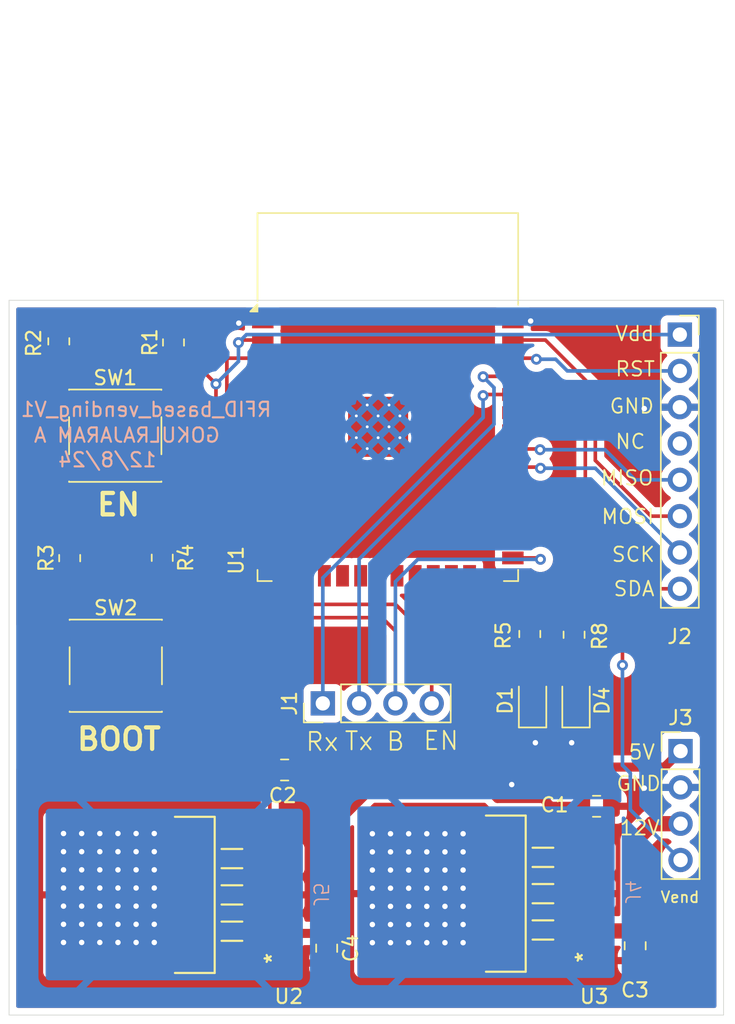
<source format=kicad_pcb>
(kicad_pcb (version 20240108) (generator "pcbnew") (generator_version "8.0")
  (layers (0 "F.Cu" signal) (31 "B.Cu" signal) (34 "B.Paste" user) (35 "F.Paste" user) (36 "B.SilkS" user "B.Silkscreen") (37 "F.SilkS" user "F.Silkscreen") (38 "B.Mask" user) (39 "F.Mask" user) (44 "Edge.Cuts" user))
  (net 0 "")
  (net 1 "/5V")
  (net 2 "GND")
  (net 3 "VDD")
  (net 4 "/12V")
  (net 5 "Net-(D1-A)")
  (net 6 "Net-(D4-A)")
  (net 7 "/EN")
  (net 8 "Net-(J1-Pin_2)")
  (net 9 "Net-(J1-Pin_1)")
  (net 10 "/BOOT")
  (net 11 "/SDA")
  (net 12 "/SCK")
  (net 13 "/NC")
  (net 14 "/MISO")
  (net 15 "/MOSI")
  (net 16 "/RST")
  (net 17 "Net-(J3-Pin_4)")
  (net 18 "Net-(R2-Pad2)")
  (net 19 "Net-(R4-Pad2)")
  (net 20 "/Green")
  (net 21 "/RED")
  (net 25 "/Blue")
  (footprint "Resistor_SMD:R_0805_2012Metric_Pad1.20x1.40mm_HandSolder" (layer "F.Cu") (at 131.2418 95.0374 90)
    (property "Reference" "R3" (at 0 -1.65 -90) (layer "F.SilkS"))
    (property "Value" "12K")
    (pad "1" smd roundrect (at -1 0 90) (size 1.2 1.4) (layers "F.Cu" "F.Paste" "F.Mask") (roundrect_rratio 0.2083333333) (net 3 "VDD"))
    (pad "2" smd roundrect (at 1 0 90) (size 1.2 1.4) (layers "F.Cu" "F.Paste" "F.Mask") (roundrect_rratio 0.2083333333) (net 10 "/BOOT"))
  )
  (footprint "Connector_PinHeader_2.54mm:PinHeader_1x04_P2.54mm_Vertical" (layer "F.Cu") (at 173.99 108.5342)
    (property "Reference" "J3" (at 0 -2.33 0) (layer "F.SilkS"))
    (property "Value" "Conn_01x04_Pin")
    (pad "1" thru_hole rect (at 0 0) (size 1.7 1.7) (drill 1) (layers "*.Cu" "*.Mask") (net 1 "/5V"))
    (pad "2" thru_hole oval (at 0 2.54) (size 1.7 1.7) (drill 1) (layers "*.Cu" "*.Mask") (net 2 "GND"))
    (pad "3" thru_hole oval (at 0 5.08) (size 1.7 1.7) (drill 1) (layers "*.Cu" "*.Mask") (net 4 "/12V"))
    (pad "4" thru_hole oval (at 0 7.62) (size 1.7 1.7) (drill 1) (layers "*.Cu" "*.Mask") (net 17 "Net-(J3-Pin_4)"))
  )
  (footprint "Capacitor_SMD:C_0805_2012Metric_Pad1.18x1.45mm_HandSolder" (layer "F.Cu") (at 170.815 122.1525 -90)
    (property "Reference" "C3" (at 3.097499 0.014999 180) (layer "F.SilkS"))
    (property "Value" "0.22")
    (pad "1" smd roundrect (at -1.0375 0 270) (size 1.175 1.45) (layers "F.Cu" "F.Paste" "F.Mask") (roundrect_rratio 0.2127659574) (net 4 "/12V"))
    (pad "2" smd roundrect (at 1.0375 0 270) (size 1.175 1.45) (layers "F.Cu" "F.Paste" "F.Mask") (roundrect_rratio 0.2127659574) (net 2 "GND"))
  )
  (footprint "Capacitor_SMD:C_0805_2012Metric_Pad1.18x1.45mm_HandSolder" (layer "F.Cu") (at 149.225 122.3225 -90)
    (property "Reference" "C4" (at 0 -1.68 90) (layer "F.SilkS"))
    (property "Value" "0.22u")
    (pad "1" smd roundrect (at -1.0375 0 270) (size 1.175 1.45) (layers "F.Cu" "F.Paste" "F.Mask") (roundrect_rratio 0.2127659574) (net 1 "/5V"))
    (pad "2" smd roundrect (at 1.0375 0 270) (size 1.175 1.45) (layers "F.Cu" "F.Paste" "F.Mask") (roundrect_rratio 0.2127659574) (net 2 "GND"))
  )
  (footprint "Resistor_SMD:R_0805_2012Metric_Pad1.20x1.40mm_HandSolder" (layer "F.Cu") (at 137.7188 95.012 -90)
    (property "Reference" "R4" (at 0 -1.65 90) (layer "F.SilkS"))
    (property "Value" "470")
    (pad "1" smd roundrect (at -1 0 270) (size 1.2 1.4) (layers "F.Cu" "F.Paste" "F.Mask") (roundrect_rratio 0.2083333333) (net 10 "/BOOT"))
    (pad "2" smd roundrect (at 1 0 270) (size 1.2 1.4) (layers "F.Cu" "F.Paste" "F.Mask") (roundrect_rratio 0.2083333333) (net 19 "Net-(R4-Pad2)"))
  )
  (footprint "Button_Switch_SMD:SW_Push_1P1T_NO_6x6mm_H9.5mm" (layer "F.Cu") (at 134.4296 86.4722)
    (property "Reference" "SW1" (at 0 -4.05 0) (layer "F.SilkS"))
    (property "Value" "SW_Push")
    (pad "1" smd rect (at -3.975 -2.25) (size 1.55 1.3) (layers "F.Cu" "F.Paste" "F.Mask") (net 18 "Net-(R2-Pad2)"))
    (pad "1" smd rect (at 3.975 -2.25) (size 1.55 1.3) (layers "F.Cu" "F.Paste" "F.Mask") (net 18 "Net-(R2-Pad2)"))
    (pad "2" smd rect (at -3.975 2.25) (size 1.55 1.3) (layers "F.Cu" "F.Paste" "F.Mask") (net 2 "GND"))
    (pad "2" smd rect (at 3.975 2.25) (size 1.55 1.3) (layers "F.Cu" "F.Paste" "F.Mask") (net 2 "GND"))
  )
  (footprint "Resistor_SMD:R_0805_2012Metric_Pad1.20x1.40mm_HandSolder" (layer "F.Cu") (at 130.4798 79.8736 -90)
    (property "Reference" "R2" (at 0.1264 1.7548 90) (layer "F.SilkS"))
    (property "Value" "470")
    (pad "1" smd roundrect (at -1 0 270) (size 1.2 1.4) (layers "F.Cu" "F.Paste" "F.Mask") (roundrect_rratio 0.2083333333) (net 7 "/EN"))
    (pad "2" smd roundrect (at 1 0 270) (size 1.2 1.4) (layers "F.Cu" "F.Paste" "F.Mask") (roundrect_rratio 0.2083333333) (net 18 "Net-(R2-Pad2)"))
  )
  (footprint "footprints_5v:TO263-3LD_MCH" (layer "F.Cu") (at 158.4423 118.506 90)
    (property "Reference" "U3" (at -7.194 9.5077 0) (layer "F.SilkS"))
    (property "Value" "MIC2940A-5.0WU")
    (fp_text user "*" (at -4.445 8.7503 90) (layer "F.SilkS"))
    (fp_text user "*" (at -4.445 8.7503 -90) (layer "F.SilkS"))
    (pad "1" smd rect (at -2.54 8.7503 90) (size 1.397 3.5052) (layers "F.Cu" "F.Paste" "F.Mask") (net 4 "/12V"))
    (pad "2" smd rect (at 0 8.7503 90) (size 1.397 3.5052) (layers "F.Cu" "F.Paste" "F.Mask") (net 2 "GND"))
    (pad "3" smd rect (at 2.54 8.7503 90) (size 1.397 3.5052) (layers "F.Cu" "F.Paste" "F.Mask") (net 1 "/5V"))
    (pad "4" smd rect (at 0 -2.5908 90) (size 10.7188 8.4074) (layers "F.Cu" "F.Paste" "F.Mask") (net 2 "GND"))
  )
  (footprint "Capacitor_SMD:C_0805_2012Metric_Pad1.18x1.45mm_HandSolder" (layer "F.Cu") (at 168.115 112.395)
    (property "Reference" "C1" (at -2.94 -0.095 0) (layer "F.SilkS"))
    (property "Value" "10u")
    (pad "1" smd roundrect (at -1.0375 0) (size 1.175 1.45) (layers "F.Cu" "F.Paste" "F.Mask") (roundrect_rratio 0.2127659574) (net 1 "/5V"))
    (pad "2" smd roundrect (at 1.0375 0) (size 1.175 1.45) (layers "F.Cu" "F.Paste" "F.Mask") (roundrect_rratio 0.2127659574) (net 2 "GND"))
  )
  (footprint "LED_SMD:LED_0805_2012Metric_Pad1.15x1.40mm_HandSolder" (layer "F.Cu") (at 166.6748 105.02 90)
    (property "Reference" "D4" (at 0 1.8252 -90) (layer "F.SilkS"))
    (property "Value" "RED LED")
    (pad "1" smd roundrect (at -1.025 0 90) (size 1.15 1.4) (layers "F.Cu" "F.Paste" "F.Mask") (roundrect_rratio 0.2173913043) (net 2 "GND"))
    (pad "2" smd roundrect (at 1.025 0 90) (size 1.15 1.4) (layers "F.Cu" "F.Paste" "F.Mask") (roundrect_rratio 0.2173913043) (net 6 "Net-(D4-A)"))
  )
  (footprint "Connector_PinHeader_2.54mm:PinHeader_1x04_P2.54mm_Vertical" (layer "F.Cu") (at 148.9556 105.1968 90)
    (property "Reference" "J1" (at 0 -2.33 -90) (layer "F.SilkS"))
    (property "Value" "Conn_01x04_Pin")
    (pad "1" thru_hole rect (at 0 0 90) (size 1.7 1.7) (drill 1) (layers "*.Cu" "*.Mask") (net 9 "Net-(J1-Pin_1)"))
    (pad "2" thru_hole oval (at 0 2.54 90) (size 1.7 1.7) (drill 1) (layers "*.Cu" "*.Mask") (net 8 "Net-(J1-Pin_2)"))
    (pad "3" thru_hole oval (at 0 5.08 90) (size 1.7 1.7) (drill 1) (layers "*.Cu" "*.Mask") (net 10 "/BOOT"))
    (pad "4" thru_hole oval (at 0 7.62 90) (size 1.7 1.7) (drill 1) (layers "*.Cu" "*.Mask") (net 7 "/EN"))
  )
  (footprint "Capacitor_SMD:C_0805_2012Metric_Pad1.18x1.45mm_HandSolder" (layer "F.Cu") (at 146.2825 109.855)
    (property "Reference" "C2" (at -0.1325 1.795 0) (layer "F.SilkS"))
    (property "Value" "10u")
    (pad "1" smd roundrect (at -1.0375 0) (size 1.175 1.45) (layers "F.Cu" "F.Paste" "F.Mask") (roundrect_rratio 0.2127659574) (net 3 "VDD"))
    (pad "2" smd roundrect (at 1.0375 0) (size 1.175 1.45) (layers "F.Cu" "F.Paste" "F.Mask") (roundrect_rratio 0.2127659574) (net 2 "GND"))
  )
  (footprint "RF_Module:ESP32-WROOM-32" (layer "F.Cu") (at 153.5052 86.7614)
    (property "Reference" "U1" (at -10.61 8.43 90) (layer "F.SilkS"))
    (property "Value" "ESP32-WROOM-32")
    (pad "1" smd rect (at -8.75 -8.25) (size 1.5 0.9) (layers "F.Cu" "F.Paste" "F.Mask") (net 2 "GND"))
    (pad "2" smd rect (at -8.75 -6.98) (size 1.5 0.9) (layers "F.Cu" "F.Paste" "F.Mask") (net 3 "VDD"))
    (pad "3" smd rect (at -8.75 -5.71) (size 1.5 0.9) (layers "F.Cu" "F.Paste" "F.Mask") (net 7 "/EN"))
    (pad "4" smd rect (at -8.75 -4.44) (size 1.5 0.9) (layers "F.Cu" "F.Paste" "F.Mask"))
    (pad "5" smd rect (at -8.75 -3.17) (size 1.5 0.9) (layers "F.Cu" "F.Paste" "F.Mask"))
    (pad "6" smd rect (at -8.75 -1.9) (size 1.5 0.9) (layers "F.Cu" "F.Paste" "F.Mask"))
    (pad "7" smd rect (at -8.75 -0.63) (size 1.5 0.9) (layers "F.Cu" "F.Paste" "F.Mask"))
    (pad "8" smd rect (at -8.75 0.64) (size 1.5 0.9) (layers "F.Cu" "F.Paste" "F.Mask"))
    (pad "9" smd rect (at -8.75 1.91) (size 1.5 0.9) (layers "F.Cu" "F.Paste" "F.Mask"))
    (pad "10" smd rect (at -8.75 3.18) (size 1.5 0.9) (layers "F.Cu" "F.Paste" "F.Mask"))
    (pad "11" smd rect (at -8.75 4.45) (size 1.5 0.9) (layers "F.Cu" "F.Paste" "F.Mask"))
    (pad "12" smd rect (at -8.75 5.72) (size 1.5 0.9) (layers "F.Cu" "F.Paste" "F.Mask"))
    (pad "13" smd rect (at -8.75 6.99) (size 1.5 0.9) (layers "F.Cu" "F.Paste" "F.Mask"))
    (pad "14" smd rect (at -8.75 8.26) (size 1.5 0.9) (layers "F.Cu" "F.Paste" "F.Mask"))
    (pad "15" smd rect (at -5.71 9.51 90) (size 1.5 0.9) (layers "F.Cu" "F.Paste" "F.Mask") (net 2 "GND"))
    (pad "16" smd rect (at -4.44 9.51 90) (size 1.5 0.9) (layers "F.Cu" "F.Paste" "F.Mask"))
    (pad "17" smd rect (at -3.17 9.51 90) (size 1.5 0.9) (layers "F.Cu" "F.Paste" "F.Mask"))
    (pad "18" smd rect (at -1.9 9.51 90) (size 1.5 0.9) (layers "F.Cu" "F.Paste" "F.Mask"))
    (pad "19" smd rect (at -0.63 9.51 90) (size 1.5 0.9) (layers "F.Cu" "F.Paste" "F.Mask"))
    (pad "20" smd rect (at 0.64 9.51 90) (size 1.5 0.9) (layers "F.Cu" "F.Paste" "F.Mask"))
    (pad "21" smd rect (at 1.91 9.51 90) (size 1.5 0.9) (layers "F.Cu" "F.Paste" "F.Mask"))
    (pad "22" smd rect (at 3.18 9.51 90) (size 1.5 0.9) (layers "F.Cu" "F.Paste" "F.Mask"))
    (pad "23" smd rect (at 4.45 9.51 90) (size 1.5 0.9) (layers "F.Cu" "F.Paste" "F.Mask") (net 25 "/Blue"))
    (pad "24" smd rect (at 5.72 9.51 90) (size 1.5 0.9) (layers "F.Cu" "F.Paste" "F.Mask") (net 20 "/Green"))
    (pad "25" smd rect (at 8.75 8.26) (size 1.5 0.9) (layers "F.Cu" "F.Paste" "F.Mask") (net 10 "/BOOT"))
    (pad "26" smd rect (at 8.75 6.99) (size 1.5 0.9) (layers "F.Cu" "F.Paste" "F.Mask") (net 21 "/RED"))
    (pad "27" smd rect (at 8.75 5.72) (size 1.5 0.9) (layers "F.Cu" "F.Paste" "F.Mask"))
    (pad "28" smd rect (at 8.75 4.45) (size 1.5 0.9) (layers "F.Cu" "F.Paste" "F.Mask"))
    (pad "29" smd rect (at 8.75 3.18) (size 1.5 0.9) (layers "F.Cu" "F.Paste" "F.Mask") (net 17 "Net-(J3-Pin_4)"))
    (pad "30" smd rect (at 8.75 1.91) (size 1.5 0.9) (layers "F.Cu" "F.Paste" "F.Mask") (net 12 "/SCK"))
    (pad "31" smd rect (at 8.75 0.64) (size 1.5 0.9) (layers "F.Cu" "F.Paste" "F.Mask") (net 14 "/MISO"))
    (pad "32" smd rect (at 8.75 -0.63) (size 1.5 0.9) (layers "F.Cu" "F.Paste" "F.Mask"))
    (pad "33" smd rect (at 8.75 -1.9) (size 1.5 0.9) (layers "F.Cu" "F.Paste" "F.Mask") (net 11 "/SDA"))
    (pad "34" smd rect (at 8.75 -3.17) (size 1.5 0.9) (layers "F.Cu" "F.Paste" "F.Mask") (net 9 "Net-(J1-Pin_1)"))
    (pad "35" smd rect (at 8.75 -4.44) (size 1.5 0.9) (layers "F.Cu" "F.Paste" "F.Mask") (net 8 "Net-(J1-Pin_2)"))
    (pad "36" smd rect (at 8.75 -5.71) (size 1.5 0.9) (layers "F.Cu" "F.Paste" "F.Mask") (net 16 "/RST"))
    (pad "37" smd rect (at 8.75 -6.98) (size 1.5 0.9) (layers "F.Cu" "F.Paste" "F.Mask") (net 15 "/MOSI"))
    (pad "38" smd rect (at 8.75 -8.25) (size 1.5 0.9) (layers "F.Cu" "F.Paste" "F.Mask") (net 2 "GND"))
    (pad "39" smd rect (at -2.205 -2.435) (size 1.05 1.05) (layers "F.Cu" "F.Paste") (net 2 "GND"))
    (pad "39" thru_hole circle (at -2.205 -1.6725) (size 0.6 0.6) (drill 0.2) (property pad_prop_heatsink) (layers "*.Cu" "F.Mask") (net 2 "GND"))
    (pad "39" smd rect (at -2.205 -0.91) (size 1.05 1.05) (layers "F.Cu" "F.Paste") (net 2 "GND"))
    (pad "39" thru_hole circle (at -2.205 -0.1475) (size 0.6 0.6) (drill 0.2) (property pad_prop_heatsink) (layers "*.Cu" "F.Mask") (net 2 "GND"))
    (pad "39" smd rect (at -2.205 0.615) (size 1.05 1.05) (layers "F.Cu" "F.Paste") (net 2 "GND"))
    (pad "39" thru_hole circle (at -1.4425 -2.435) (size 0.6 0.6) (drill 0.2) (property pad_prop_heatsink) (layers "*.Cu" "F.Mask") (net 2 "GND"))
    (pad "39" thru_hole circle (at -1.4425 -0.91) (size 0.6 0.6) (drill 0.2) (property pad_prop_heatsink) (layers "*.Cu" "F.Mask") (net 2 "GND"))
    (pad "39" thru_hole circle (at -1.4425 0.615) (size 0.6 0.6) (drill 0.2) (property pad_prop_heatsink) (layers "*.Cu" "F.Mask") (net 2 "GND"))
    (pad "39" smd rect (at -0.68 -2.435) (size 1.05 1.05) (layers "F.Cu" "F.Paste") (net 2 "GND"))
    (pad "39" thru_hole circle (at -0.68 -1.6725) (size 0.6 0.6) (drill 0.2) (property pad_prop_heatsink) (layers "*.Cu" "F.Mask") (net 2 "GND"))
    (pad "39" smd rect (at -0.68 -0.91) (size 1.05 1.05) (layers "F.Cu" "F.Paste") (net 2 "GND"))
    (pad "39" smd rect (at -0.68 -0.91) (size 4.2 4.2) (layers "F.Cu" "F.Mask") (net 2 "GND"))
    (pad "39" thru_hole circle (at -0.68 -0.1475) (size 0.6 0.6) (drill 0.2) (property pad_prop_heatsink) (layers "*.Cu" "F.Mask") (net 2 "GND"))
    (pad "39" smd rect (at -0.68 0.615) (size 1.05 1.05) (layers "F.Cu" "F.Paste") (net 2 "GND"))
    (pad "39" thru_hole circle (at 0.0825 -2.435) (size 0.6 0.6) (drill 0.2) (property pad_prop_heatsink) (layers "*.Cu" "F.Mask") (net 2 "GND"))
    (pad "39" thru_hole circle (at 0.0825 -0.91) (size 0.6 0.6) (drill 0.2) (property pad_prop_heatsink) (layers "*.Cu" "F.Mask") (net 2 "GND"))
    (pad "39" thru_hole circle (at 0.0825 0.615) (size 0.6 0.6) (drill 0.2) (property pad_prop_heatsink) (layers "*.Cu" "F.Mask") (net 2 "GND"))
    (pad "39" smd rect (at 0.845 -2.435) (size 1.05 1.05) (layers "F.Cu" "F.Paste") (net 2 "GND"))
    (pad "39" thru_hole circle (at 0.845 -1.6725) (size 0.6 0.6) (drill 0.2) (property pad_prop_heatsink) (layers "*.Cu" "F.Mask") (net 2 "GND"))
    (pad "39" smd rect (at 0.845 -0.91) (size 1.05 1.05) (layers "F.Cu" "F.Paste") (net 2 "GND"))
    (pad "39" thru_hole circle (at 0.845 -0.1475) (size 0.6 0.6) (drill 0.2) (property pad_prop_heatsink) (layers "*.Cu" "F.Mask") (net 2 "GND"))
    (pad "39" smd rect (at 0.845 0.615) (size 1.05 1.05) (layers "F.Cu" "F.Paste") (net 2 "GND"))
    (zone (net 0) (net_name "") (layers "F.Cu" "In1.Cu" "B.Cu") (connect_pads (clearance 0)) (min_thickness 0.254)
      (keepout (tracks not_allowed) (vias not_allowed) (pads not_allowed) (copperpour not_allowed) (footprints not_allowed))
      (fill (thermal_gap 0.508) (thermal_bridge_width 0.508))
      (polygon (pts (xy 129.5052 76.9614) (xy 177.5052 76.9614) (xy 177.5052 56.0214) (xy 129.5052 56.0214)))
    )
  )
  (footprint "Button_Switch_SMD:SW_Push_1P1T_NO_6x6mm_H9.5mm" (layer "F.Cu") (at 134.4676 102.5652)
    (property "Reference" "SW2" (at 0 -4.05 0) (layer "F.SilkS"))
    (property "Value" "SW_Push")
    (pad "1" smd rect (at -3.975 -2.25) (size 1.55 1.3) (layers "F.Cu" "F.Paste" "F.Mask") (net 19 "Net-(R4-Pad2)"))
    (pad "1" smd rect (at 3.975 -2.25) (size 1.55 1.3) (layers "F.Cu" "F.Paste" "F.Mask") (net 19 "Net-(R4-Pad2)"))
    (pad "2" smd rect (at -3.975 2.25) (size 1.55 1.3) (layers "F.Cu" "F.Paste" "F.Mask") (net 2 "GND"))
    (pad "2" smd rect (at 3.975 2.25) (size 1.55 1.3) (layers "F.Cu" "F.Paste" "F.Mask") (net 2 "GND"))
  )
  (footprint "footprints:TO263-3LD_MCH" (layer "F.Cu") (at 136.6774 118.5926 90)
    (property "Reference" "U2" (at -7.1074 9.8976 0) (layer "F.SilkS"))
    (property "Value" "MIC2940A-3.3WU")
    (fp_text user "*" (at -4.445 8.7503 90) (layer "F.SilkS"))
    (fp_text user "*" (at -4.445 8.7503 -90) (layer "F.SilkS"))
    (pad "1" smd rect (at -2.54 8.7503 90) (size 1.397 3.5052) (layers "F.Cu" "F.Paste" "F.Mask") (net 1 "/5V"))
    (pad "2" smd rect (at 0 8.7503 90) (size 1.397 3.5052) (layers "F.Cu" "F.Paste" "F.Mask") (net 2 "GND"))
    (pad "3" smd rect (at 2.54 8.7503 90) (size 1.397 3.5052) (layers "F.Cu" "F.Paste" "F.Mask") (net 3 "VDD"))
    (pad "4" smd rect (at 0 -2.5908 90) (size 10.7188 8.4074) (layers "F.Cu" "F.Paste" "F.Mask") (net 2 "GND"))
  )
  (footprint "Resistor_SMD:R_0805_2012Metric_Pad1.20x1.40mm_HandSolder" (layer "F.Cu") (at 163.4396 100.3464 -90)
    (property "Reference" "R5" (at 0.1036 1.8646 90) (layer "F.SilkS"))
    (property "Value" "470")
    (pad "1" smd roundrect (at -1 0 270) (size 1.2 1.4) (layers "F.Cu" "F.Paste" "F.Mask") (roundrect_rratio 0.2083333333) (net 20 "/Green"))
    (pad "2" smd roundrect (at 1 0 270) (size 1.2 1.4) (layers "F.Cu" "F.Paste" "F.Mask") (roundrect_rratio 0.2083333333) (net 5 "Net-(D1-A)"))
  )
  (footprint "LED_SMD:LED_0805_2012Metric_Pad1.15x1.40mm_HandSolder" (layer "F.Cu") (at 163.6348 105.02 90)
    (property "Reference" "D1" (at 0.02 -1.9098 -90) (layer "F.SilkS"))
    (property "Value" "Green LED")
    (pad "1" smd roundrect (at -1.025 0 90) (size 1.15 1.4) (layers "F.Cu" "F.Paste" "F.Mask") (roundrect_rratio 0.2173913043) (net 2 "GND"))
    (pad "2" smd roundrect (at 1.025 0 90) (size 1.15 1.4) (layers "F.Cu" "F.Paste" "F.Mask") (roundrect_rratio 0.2173913043) (net 5 "Net-(D1-A)"))
  )
  (footprint "Resistor_SMD:R_0805_2012Metric_Pad1.20x1.40mm_HandSolder" (layer "F.Cu") (at 138.5062 79.9498 90)
    (property "Reference" "R1" (at 0 -1.65 -90) (layer "F.SilkS"))
    (property "Value" "12K")
    (pad "1" smd roundrect (at -1 0 90) (size 1.2 1.4) (layers "F.Cu" "F.Paste" "F.Mask") (roundrect_rratio 0.2083333333) (net 3 "VDD"))
    (pad "2" smd roundrect (at 1 0 90) (size 1.2 1.4) (layers "F.Cu" "F.Paste" "F.Mask") (roundrect_rratio 0.2083333333) (net 7 "/EN"))
  )
  (footprint "Connector_PinSocket_2.54mm:PinSocket_1x08_P2.54mm_Vertical" (layer "F.Cu") (at 173.9392 79.4004)
    (property "Reference" "J2" (at -0.0142 21.1246 0) (layer "F.SilkS"))
    (property "Value" "Conn_01x08_Pin")
    (pad "1" thru_hole rect (at 0 0) (size 1.7 1.7) (drill 1) (layers "*.Cu" "*.Mask") (net 3 "VDD"))
    (pad "2" thru_hole oval (at 0 2.54) (size 1.7 1.7) (drill 1) (layers "*.Cu" "*.Mask") (net 16 "/RST"))
    (pad "3" thru_hole oval (at 0 5.08) (size 1.7 1.7) (drill 1) (layers "*.Cu" "*.Mask") (net 2 "GND"))
    (pad "4" thru_hole oval (at 0 7.62) (size 1.7 1.7) (drill 1) (layers "*.Cu" "*.Mask") (net 13 "/NC"))
    (pad "5" thru_hole oval (at 0 10.16) (size 1.7 1.7) (drill 1) (layers "*.Cu" "*.Mask") (net 14 "/MISO"))
    (pad "6" thru_hole oval (at 0 12.7) (size 1.7 1.7) (drill 1) (layers "*.Cu" "*.Mask") (net 15 "/MOSI"))
    (pad "7" thru_hole oval (at 0 15.24) (size 1.7 1.7) (drill 1) (layers "*.Cu" "*.Mask") (net 12 "/SCK"))
    (pad "8" thru_hole oval (at 0 17.78) (size 1.7 1.7) (drill 1) (layers "*.Cu" "*.Mask") (net 11 "/SDA"))
  )
  (footprint "Resistor_SMD:R_0805_2012Metric_Pad1.20x1.40mm_HandSolder" (layer "F.Cu") (at 166.5384 100.3972 -90)
    (property "Reference" "R8" (at 0.1028 -1.7866 90) (layer "F.SilkS"))
    (property "Value" "470")
    (pad "1" smd roundrect (at -1 0 270) (size 1.2 1.4) (layers "F.Cu" "F.Paste" "F.Mask") (roundrect_rratio 0.2083333333) (net 21 "/RED"))
    (pad "2" smd roundrect (at 1 0 270) (size 1.2 1.4) (layers "F.Cu" "F.Paste" "F.Mask") (roundrect_rratio 0.2083333333) (net 6 "Net-(D4-A)"))
  )
  (footprint "pad_clearnance_fu:pad_clearancefu" (layer "B.Cu") (at 138.807 118.5672 90)
    (property "Reference" "J5" (at 0 10 -90) (layer "B.SilkS") (effects (font (thickness 0.1)) (justify mirror)))
    (property "Value" "Conn_01x01_Pin" (hide yes))
    (pad "1" smd roundrect (at 0 -0.25 90) (size 12 18) (layers "B.Cu" "B.Paste" "B.Mask") (roundrect_rratio 0.02083333333) (net 2 "GND"))
  )
  (footprint "pad_clearnance_fu:pad_clearancefu" (layer "B.Cu") (at 160.6227 118.4044 90)
    (property "Reference" "J4" (at 0 10 -90) (layer "B.SilkS") (effects (font (thickness 0.1)) (justify mirror)))
    (property "Value" "Conn_01x01_Pin" (hide yes))
    (pad "1" smd roundrect (at 0 -0.25 90) (size 12 18) (layers "B.Cu" "B.Paste" "B.Mask") (roundrect_rratio 0.02083333333) (net 2 "GND"))
  )
  (gr_line (start 127 127) (end 176.9999 127) (stroke (width 0.05)) (layer "Edge.Cuts"))
  (gr_line (start 127 77.0001) (end 176.9999 77.0001) (stroke (width 0.05)) (layer "Edge.Cuts"))
  (gr_line (start 176.9999 77.0001) (end 176.9999 127) (stroke (width 0.05)) (layer "Edge.Cuts"))
  (gr_line (start 127 127) (end 127 77.0001) (stroke (width 0.05)) (layer "Edge.Cuts"))
  (gr_text "GOKULRAJARAM A" (at 141.85 87.025 -0) (layer "B.SilkS") (effects (font (size 1 1)) (justify left bottom mirror)))
  (gr_text "RFID_based_vending_V1" (at 145.45 85.225 0) (layer "B.SilkS") (effects (font (size 1 1)) (justify left bottom mirror)))
  (gr_text "12/8/24" (at 137.4 88.75 -0) (layer "B.SilkS") (effects (font (size 1 1)) (justify left bottom mirror)))
  (gr_text "BOOT" (at 131.6 108.575 0) (layer "F.SilkS") (effects (font (size 1.5 1.5) (thickness 0.3) (bold yes)) (justify left bottom)))
  (gr_text "EN" (at 133 92.175 0) (layer "F.SilkS") (effects (font (size 1.5 1.5) (thickness 0.3) (bold yes)) (justify left bottom)))
  (gr_text "Tx" (at 150.4 108.575 0) (layer "F.SilkS") (effects (font (size 1.27 1.27) (thickness 0.127)) (justify left bottom)))
  (gr_text "GND\n" (at 168.95 85 0) (layer "F.SilkS") (effects (font (size 1.016 1.016) (thickness 0.127)) (justify left bottom)))
  (gr_text "GND" (at 169.425 111.4 0) (layer "F.SilkS") (effects (font (size 1.016 1.016) (thickness 0.127)) (justify left bottom)))
  (gr_text "SDA" (at 169.225 97.775 0) (layer "F.SilkS") (effects (font (size 1.016 1.016) (thickness 0.127)) (justify left bottom)))
  (gr_text "Vdd" (at 169.35 79.925 0) (layer "F.SilkS") (effects (font (size 1.016 1.016) (thickness 0.127)) (justify left bottom)))
  (gr_text "5V" (at 170.275 109.2 0) (layer "F.SilkS") (effects (font (size 1.016 1.016) (thickness 0.127)) (justify left bottom)))
  (gr_text "12V" (at 169.65 114.5 0) (layer "F.SilkS") (effects (font (size 1.016 1.016) (thickness 0.127)) (justify left bottom)))
  (gr_text "EN" (at 155.9 108.55 0) (layer "F.SilkS") (effects (font (size 1.27 1.27) (thickness 0.127)) (justify left bottom)))
  (gr_text "Vend" (at 172.525 119.2 0) (layer "F.SilkS") (effects (font (size 0.762 0.762) (thickness 0.127) (bold yes)) (justify left bottom)))
  (gr_text "NC" (at 169.35 87.475 0) (layer "F.SilkS") (effects (font (size 1.016 1.016) (thickness 0.127)) (justify left bottom)))
  (gr_text "RST\n" (at 169.35 82.4 0) (layer "F.SilkS") (effects (font (size 1.016 1.016) (thickness 0.127)) (justify left bottom)))
  (gr_text "SCK" (at 169.1 95.375 0) (layer "F.SilkS") (effects (font (size 1.016 1.016) (thickness 0.127)) (justify left bottom)))
  (gr_text "MISO" (at 168.325 90.025 0) (layer "F.SilkS") (effects (font (size 1.016 1.016) (thickness 0.127)) (justify left bottom)))
  (gr_text "MOSI\n" (at 168.375 92.725 0) (layer "F.SilkS") (effects (font (size 1.016 1.016) (thickness 0.127)) (justify left bottom)))
  (gr_text "Rx" (at 147.675 108.625 0) (layer "F.SilkS") (effects (font (size 1.27 1.27) (thickness 0.127)) (justify left bottom)))
  (gr_text "B" (at 153.325 108.6 0) (layer "F.SilkS") (effects (font (size 1.27 1.27) (thickness 0.127)) (justify left bottom)))
  (segment (start 167.1525 112.59) (end 167.1525 115.9259) (width 0.635) (layer "F.Cu") (net 1))
  (segment (start 160.655 111.3282) (end 152.1968 111.3282) (width 0.635) (layer "F.Cu") (net 1))
  (segment (start 161.1768 111.85) (end 164.375 111.85) (width 0.635) (layer "F.Cu") (net 1))
  (segment (start 167.1926 115.966) (end 166.1385 115.966) (width 0.635) (layer "F.Cu") (net 1))
  (segment (start 146.4818 121.1326) (end 145.4277 121.1326) (width 0.635) (layer "F.Cu") (net 1))
  (segment (start 149.225 114.3) (end 149.225 121.285) (width 0.635) (layer "F.Cu") (net 1))
  (segment (start 173.99 108.5342) (end 172.8715 109.6527) (width 0.635) (layer "F.Cu") (net 1))
  (segment (start 172.8715 109.6527) (end 160.8573 109.6527) (width 0.635) (layer "F.Cu") (net 1))
  (segment (start 149.225 121.285) (end 145.5801 121.285) (width 0.635) (layer "F.Cu") (net 1))
  (segment (start 164.92 112.395) (end 167.0775 112.395) (width 0.635) (layer "F.Cu") (net 1))
  (segment (start 145.5801 121.285) (end 145.4277 121.1326) (width 0.635) (layer "F.Cu") (net 1))
  (segment (start 167.1525 115.9259) (end 167.1926 115.966) (width 0.635) (layer "F.Cu") (net 1))
  (segment (start 164.375 111.85) (end 164.92 112.395) (width 0.635) (layer "F.Cu") (net 1))
  (segment (start 160.8573 109.6527) (end 160.655 109.855) (width 0.635) (layer "F.Cu") (net 1))
  (segment (start 160.655 109.855) (end 160.655 111.3282) (width 0.635) (layer "F.Cu") (net 1))
  (segment (start 160.655 111.3282) (end 161.1768 111.85) (width 0.635) (layer "F.Cu") (net 1))
  (segment (start 152.1968 111.3282) (end 149.225 114.3) (width 0.635) (layer "F.Cu") (net 1))
  (segment (start 163.6348 106.045) (end 163.6348 107.7548) (width 0.254) (layer "F.Cu") (net 2))
  (segment (start 166.6748 107.6452) (end 166.37 107.95) (width 0.254) (layer "F.Cu") (net 2))
  (segment (start 143.1636 78.5114) (end 143.075 78.6) (width 0.254) (layer "F.Cu") (net 2))
  (segment (start 163.4386 78.5114) (end 162.2552 78.5114) (width 0.254) (layer "F.Cu") (net 2))
  (segment (start 163.4676 106.2122) (end 163.6348 106.045) (width 0.254) (layer "F.Cu") (net 2))
  (segment (start 166.6748 106.045) (end 166.6748 107.6452) (width 0.254) (layer "F.Cu") (net 2))
  (segment (start 144.7552 78.5114) (end 143.1636 78.5114) (width 0.254) (layer "F.Cu") (net 2))
  (segment (start 163.5 78.45) (end 163.4386 78.5114) (width 0.254) (layer "F.Cu") (net 2))
  (segment (start 163.6348 107.7548) (end 163.83 107.95) (width 0.254) (layer "F.Cu") (net 2))
  (via (at 135.89 116.84) (size 0.762) (drill 0.381) (layers "F.Cu" "B.Cu") (net 2))
  (via (at 137.16 115.57) (size 0.762) (drill 0.381) (layers "F.Cu" "B.Cu") (net 2))
  (via (at 137.16 120.65) (size 0.762) (drill 0.381) (layers "F.Cu" "B.Cu") (net 2))
  (via (at 154.9625 118.125) (size 0.762) (drill 0.381) (layers "F.Cu" "B.Cu") (net 2))
  (via (at 158.7725 116.855) (size 0.762) (drill 0.381) (layers "F.Cu" "B.Cu") (net 2))
  (via (at 135.89 119.38) (size 0.762) (drill 0.381) (layers "F.Cu" "B.Cu") (net 2))
  (via (at 156.2325 114.315) (size 0.762) (drill 0.381) (layers "F.Cu" "B.Cu") (net 2))
  (via (at 133.35 115.57) (size 0.762) (drill 0.381) (layers "F.Cu" "B.Cu") (net 2))
  (via (at 135.89 115.57) (size 0.762) (drill 0.381) (layers "F.Cu" "B.Cu") (net 2))
  (via (at 137.16 114.3) (size 0.762) (drill 0.381) (layers "F.Cu" "B.Cu") (net 2))
  (via (at 134.62 115.57) (size 0.762) (drill 0.381) (layers "F.Cu" "B.Cu") (net 2))
  (via (at 163.83 107.95) (size 0.762) (drill 0.381) (layers "F.Cu" "B.Cu") (net 2))
  (via (at 163.5 78.45) (size 0.762) (drill 0.381) (layers "F.Cu" "B.Cu") (net 2))
  (via (at 156.2325 116.855) (size 0.762) (drill 0.381) (layers "F.Cu" "B.Cu") (net 2))
  (via (at 158.7725 118.125) (size 0.762) (drill 0.381) (layers "F.Cu" "B.Cu") (net 2))
  (via (at 157.5025 115.585) (size 0.762) (drill 0.381) (layers "F.Cu" "B.Cu") (net 2))
  (via (at 132.08 119.38) (size 0.762) (drill 0.381) (layers "F.Cu" "B.Cu") (net 2))
  (via (at 133.35 114.3) (size 0.762) (drill 0.381) (layers "F.Cu" "B.Cu") (net 2))
  (via (at 162.175 110.875) (size 0.762) (drill 0.381) (layers "F.Cu" "B.Cu") (net 2))
  (via (at 132.08 114.3) (size 0.762) (drill 0.381) (layers "F.Cu" "B.Cu") (net 2))
  (via (at 153.6925 121.935) (size 0.762) (drill 0.381) (layers "F.Cu" "B.Cu") (net 2))
  (via (at 153.6925 120.665) (size 0.762) (drill 0.381) (layers "F.Cu" "B.Cu") (net 2))
  (via (at 153.6925 115.585) (size 0.762) (drill 0.381) (layers "F.Cu" "B.Cu") (net 2))
  (via (at 157.5025 116.855) (size 0.762) (drill 0.381) (layers "F.Cu" "B.Cu") (net 2))
  (via (at 158.7725 114.315) (size 0.762) (drill 0.381) (layers "F.Cu" "B.Cu") (net 2))
  (via (at 158.7725 119.395) (size 0.762) (drill 0.381) (layers "F.Cu" "B.Cu") (net 2))
  (via (at 134.62 114.3) (size 0.762) (drill 0.381) (layers "F.Cu" "B.Cu") (net 2))
  (via (at 132.08 115.57) (size 0.762) (drill 0.381) (layers "F.Cu" "B.Cu") (net 2))
  (via (at 156.2325 118.125) (size 0.762) (drill 0.381) (layers "F.Cu" "B.Cu") (net 2))
  (via (at 157.5025 120.665) (size 0.762) (drill 0.381) (layers "F.Cu" "B.Cu") (net 2))
  (via (at 156.2325 120.665) (size 0.762) (drill 0.381) (layers "F.Cu" "B.Cu") (net 2))
  (via (at 157.5025 114.315) (size 0.762) (drill 0.381) (layers "F.Cu" "B.Cu") (net 2))
  (via (at 134.62 120.65) (size 0.762) (drill 0.381) (layers "F.Cu" "B.Cu") (net 2))
  (via (at 137.16 118.11) (size 0.762) (drill 0.381) (layers "F.Cu" "B.Cu") (net 2))
  (via (at 157.5025 118.125) (size 0.762) (drill 0.381) (layers "F.Cu" "B.Cu") (net 2))
  (via (at 157.5025 121.935) (size 0.762) (drill 0.381) (layers "F.Cu" "B.Cu") (net 2))
  (via (at 133.35 119.38) (size 0.762) (drill 0.381) (layers "F.Cu" "B.Cu") (net 2))
  (via (at 130.81 119.38) (size 0.762) (drill 0.381) (layers "F.Cu" "B.Cu") (net 2))
  (via (at 137.16 119.38) (size 0.762) (drill 0.381) (layers "F.Cu" "B.Cu") (net 2))
  (via (at 154.9625 121.935) (size 0.762) (drill 0.381) (layers "F.Cu" "B.Cu") (net 2))
  (via (at 130.81 114.3) (size 0.762) (drill 0.381) (layers "F.Cu" "B.Cu") (net 2))
  (via (at 135.89 121.92) (size 0.762) (drill 0.381) (layers "F.Cu" "B.Cu") (net 2))
  (via (at 130.81 118.11) (size 0.762) (drill 0.381) (layers "F.Cu" "B.Cu") (net 2))
  (via (at 130.81 121.92) (size 0.762) (drill 0.381) (layers "F.Cu" "B.Cu") (net 2))
  (via (at 153.6925 119.395) (size 0.762) (drill 0.381) (layers "F.Cu" "B.Cu") (net 2))
  (via (at 158.7725 120.665) (size 0.762) (drill 0.381) (layers "F.Cu" "B.Cu") (net 2))
  (via (at 130.81 120.65) (size 0.762) (drill 0.381) (layers "F.Cu" "B.Cu") (net 2))
  (via (at 166.37 107.95) (size 0.762) (drill 0.381) (layers "F.Cu" "B.Cu") (net 2))
  (via (at 153.6925 114.315) (size 0.762) (drill 0.381) (layers "F.Cu" "B.Cu") (net 2))
  (via (at 137.16 121.92) (size 0.762) (drill 0.381) (layers "F.Cu" "B.Cu") (net 2))
  (via (at 135.89 118.11) (size 0.762) (drill 0.381) (layers "F.Cu" "B.Cu") (net 2))
  (via (at 158.7725 121.935) (size 0.762) (drill 0.381) (layers "F.Cu" "B.Cu") (net 2))
  (via (at 130.81 116.84) (size 0.762) (drill 0.381) (layers "F.Cu" "B.Cu") (net 2))
  (via (at 132.08 118.11) (size 0.762) (drill 0.381) (layers "F.Cu" "B.Cu") (net 2))
  (via (at 154.9625 120.665) (size 0.762) (drill 0.381) (layers "F.Cu" "B.Cu") (net 2))
  (via (at 143.075 78.6) (size 0.762) (drill 0.381) (layers "F.Cu" "B.Cu") (net 2))
  (via (at 153.6925 116.855) (size 0.762) (drill 0.381) (layers "F.Cu" "B.Cu") (net 2))
  (via (at 154.9625 119.395) (size 0.762) (drill 0.381) (layers "F.Cu" "B.Cu") (net 2))
  (via (at 135.89 120.65) (size 0.762) (drill 0.381) (layers "F.Cu" "B.Cu") (net 2))
  (via (at 152.4225 119.395) (size 0.762) (drill 0.381) (layers "F.Cu" "B.Cu") (net 2))
  (via (at 135.89 114.3) (size 0.762) (drill 0.381) (layers "F.Cu" "B.Cu") (net 2))
  (via (at 152.4225 121.935) (size 0.762) (drill 0.381) (layers "F.Cu" "B.Cu") (net 2))
  (via (at 134.62 116.84) (size 0.762) (drill 0.381) (layers "F.Cu" "B.Cu") (net 2))
  (via (at 133.35 120.65) (size 0.762) (drill 0.381) (layers "F.Cu" "B.Cu") (net 2))
  (via (at 134.62 121.92) (size 0.762) (drill 0.381) (layers "F.Cu" "B.Cu") (net 2))
  (via (at 153.6925 118.125) (size 0.762) (drill 0.381) (layers "F.Cu" "B.Cu") (net 2))
  (via (at 157.5025 119.395) (size 0.762) (drill 0.381) (layers "F.Cu" "B.Cu") (net 2))
  (via (at 132.08 121.92) (size 0.762) (drill 0.381) (layers "F.Cu" "B.Cu") (net 2))
  (via (at 152.4225 114.315) (size 0.762) (drill 0.381) (layers "F.Cu" "B.Cu") (net 2))
  (via (at 132.08 120.65) (size 0.762) (drill 0.381) (layers "F.Cu" "B.Cu") (net 2))
  (via (at 152.4225 120.665) (size 0.762) (drill 0.381) (layers "F.Cu" "B.Cu") (net 2))
  (via (at 137.16 116.84) (size 0.762) (drill 0.381) (layers "F.Cu" "B.Cu") (net 2))
  (via (at 156.2325 121.935) (size 0.762) (drill 0.381) (layers "F.Cu" "B.Cu") (net 2))
  (via (at 171.45 84.575) (size 0.762) (drill 0.381) (layers "F.Cu" "B.Cu") (net 2))
  (via (at 152.4225 118.125) (size 0.762) (drill 0.381) (layers "F.Cu" "B.Cu") (net 2))
  (via (at 152.4225 115.585) (size 0.762) (drill 0.381) (layers "F.Cu" "B.Cu") (net 2))
  (via (at 154.9625 116.855) (size 0.762) (drill 0.381) (layers "F.Cu" "B.Cu") (net 2))
  (via (at 158.7725 115.585) (size 0.762) (drill 0.381) (layers "F.Cu" "B.Cu") (net 2))
  (via (at 133.35 118.11) (size 0.762) (drill 0.381) (layers "F.Cu" "B.Cu") (net 2))
  (via (at 156.2325 115.585) (size 0.762) (drill 0.381) (layers "F.Cu" "B.Cu") (net 2))
  (via (at 156.2325 119.395) (size 0.762) (drill 0.381) (layers "F.Cu" "B.Cu") (net 2))
  (via (at 171.45 111.125) (size 0.762) (drill 0.381) (layers "F.Cu" "B.Cu") (net 2))
  (via (at 130.81 115.57) (size 0.762) (drill 0.381) (layers "F.Cu" "B.Cu") (net 2))
  (via (at 134.62 118.11) (size 0.762) (drill 0.381) (layers "F.Cu" "B.Cu") (net 2))
  (via (at 132.08 116.84) (size 0.762) (drill 0.381) (layers "F.Cu" "B.Cu") (net 2))
  (via (at 152.4225 116.855) (size 0.762) (drill 0.381) (layers "F.Cu" "B.Cu") (net 2))
  (via (at 154.9625 115.585) (size 0.762) (drill 0.381) (layers "F.Cu" "B.Cu") (net 2))
  (via (at 134.62 119.38) (size 0.762) (drill 0.381) (layers "F.Cu" "B.Cu") (net 2))
  (via (at 133.35 121.92) (size 0.762) (drill 0.381) (layers "F.Cu" "B.Cu") (net 2))
  (via (at 133.35 116.84) (size 0.762) (drill 0.381) (layers "F.Cu" "B.Cu") (net 2))
  (via (at 154.9625 114.315) (size 0.762) (drill 0.381) (layers "F.Cu" "B.Cu") (net 2))
  (segment (start 171.5446 84.4804) (end 171.45 84.575) (width 0.254) (layer "B.Cu") (net 2))
  (segment (start 162.175 110.875) (end 162.175 108.425) (width 0.254) (layer "B.Cu") (net 2))
  (segment (start 171.5008 111.0742) (end 171.45 111.125) (width 0.254) (layer "B.Cu") (net 2))
  (segment (start 173.99 111.0742) (end 171.5008 111.0742) (width 0.254) (layer "B.Cu") (net 2))
  (segment (start 162.175 108.425) (end 161.8 108.05) (width 0.254) (layer "B.Cu") (net 2))
  (segment (start 173.9392 84.4804) (end 171.5446 84.4804) (width 0.254) (layer "B.Cu") (net 2))
  (segment (start 140.125 92.3) (end 130.85 92.3) (width 0.254) (layer "F.Cu") (net 3))
  (segment (start 139.573 80.9498) (end 138.5062 80.9498) (width 0.254) (layer "F.Cu") (net 3))
  (segment (start 141.478 90.947) (end 140.125 92.3) (width 0.254) (layer "F.Cu") (net 3))
  (segment (start 129.625 95.375) (end 130.2874 96.0374) (width 0.254) (layer "F.Cu") (net 3))
  (segment (start 138.5951 109.22) (end 128.0922 109.22) (width 0.254) (layer "F.Cu") (net 3))
  (segment (start 141.478 82.8548) (end 141.478 90.947) (width 0.254) (layer "F.Cu") (net 3))
  (segment (start 128.0922 100.2828) (end 131.2418 97.1332) (width 0.254) (layer "F.Cu") (net 3))
  (segment (start 130.85 92.3) (end 129.625 93.525) (width 0.254) (layer "F.Cu") (net 3))
  (segment (start 131.2418 97.1332) (end 131.2418 96.0374) (width 0.254) (layer "F.Cu") (net 3))
  (segment (start 144.7552 79.7814) (end 143.2306 79.7814) (width 0.254) (layer "F.Cu") (net 3))
  (segment (start 141.478 82.8548) (end 139.573 80.9498) (width 0.254) (layer "F.Cu") (net 3))
  (segment (start 139.2301 109.855) (end 138.5951 109.22) (width 0.254) (layer "F.Cu") (net 3))
  (segment (start 145.245 109.855) (end 139.2301 109.855) (width 0.254) (layer "F.Cu") (net 3))
  (segment (start 130.2874 96.0374) (end 131.2418 96.0374) (width 0.254) (layer "F.Cu") (net 3))
  (segment (start 145.245 115.8699) (end 145.4277 116.0526) (width 0.254) (layer "F.Cu") (net 3))
  (segment (start 128.0922 109.22) (end 128.0922 100.2828) (width 0.254) (layer "F.Cu") (net 3))
  (segment (start 129.625 93.525) (end 129.625 95.375) (width 0.254) (layer "F.Cu") (net 3))
  (segment (start 143.2306 79.7814) (end 143.0528 79.9592) (width 0.254) (layer "F.Cu") (net 3))
  (segment (start 145.4277 116.0526) (end 144.3736 116.0526) (width 0.254) (layer "F.Cu") (net 3))
  (segment (start 145.245 109.855) (end 145.245 115.8699) (width 0.254) (layer "F.Cu") (net 3))
  (via (at 143.0528 79.9592) (size 0.762) (drill 0.381) (layers "F.Cu" "B.Cu") (net 3))
  (via (at 141.478 82.8548) (size 0.762) (drill 0.381) (layers "F.Cu" "B.Cu") (net 3))
  (segment (start 173.9392 79.4004) (end 143.6116 79.4004) (width 0.254) (layer "B.Cu") (net 3))
  (segment (start 143.6116 79.4004) (end 143.0528 79.9592) (width 0.254) (layer "B.Cu") (net 3))
  (segment (start 143.0528 79.9592) (end 143.0528 81.28) (width 0.254) (layer "B.Cu") (net 3))
  (segment (start 143.0528 81.28) (end 141.478 82.8548) (width 0.254) (layer "B.Cu") (net 3))
  (segment (start 170.815 114.81) (end 170.815 121.115) (width 1.0668) (layer "F.Cu") (net 4))
  (segment (start 172.0108 113.6142) (end 170.815 114.81) (width 1.0668) (layer "F.Cu") (net 4))
  (segment (start 173.99 113.6142) (end 172.0108 113.6142) (width 1.0668) (layer "F.Cu") (net 4))
  (segment (start 170.815 121.115) (end 167.2616 121.115) (width 1.0668) (layer "F.Cu") (net 4))
  (segment (start 167.2616 121.115) (end 167.1926 121.046) (width 1.0668) (layer "F.Cu") (net 4))
  (segment (start 163.4396 101.3464) (end 163.4396 103.7998) (width 0.254) (layer "F.Cu") (net 5))
  (segment (start 163.4396 103.7998) (end 163.6348 103.995) (width 0.254) (layer "F.Cu") (net 5))
  (segment (start 166.5384 101.3972) (end 166.5384 103.8586) (width 0.254) (layer "F.Cu") (net 6))
  (segment (start 166.5384 103.8586) (end 166.6748 103.995) (width 0.254) (layer "F.Cu") (net 6))
  (segment (start 142.24 94.4118) (end 146.1008 98.2726) (width 0.254) (layer "F.Cu") (net 7))
  (segment (start 154.0476 98.2726) (end 156.5756 100.8006) (width 0.254) (layer "F.Cu") (net 7))
  (segment (start 142.24 80.54) (end 140.6498 78.9498) (width 0.254) (layer "F.Cu") (net 7))
  (segment (start 138.5062 78.9498) (end 130.556 78.9498) (width 0.254) (layer "F.Cu") (net 7))
  (segment (start 142.24 81.0514) (end 142.24 81.8896) (width 0.254) (layer "F.Cu") (net 7))
  (segment (start 130.556 78.9498) (end 130.4798 78.8736) (width 0.254) (layer "F.Cu") (net 7))
  (segment (start 156.5756 100.8006) (end 156.5756 105.1968) (width 0.254) (layer "F.Cu") (net 7))
  (segment (start 142.24 81.8896) (end 142.24 94.4118) (width 0.254) (layer "F.Cu") (net 7))
  (segment (start 146.1008 98.2726) (end 154.0476 98.2726) (width 0.254) (layer "F.Cu") (net 7))
  (segment (start 142.24 81.8896) (end 142.24 80.54) (width 0.254) (layer "F.Cu") (net 7))
  (segment (start 144.7552 81.0514) (end 142.24 81.0514) (width 0.254) (layer "F.Cu") (net 7))
  (segment (start 140.6498 78.9498) (end 138.5062 78.9498) (width 0.254) (layer "F.Cu") (net 7))
  (segment (start 162.2552 82.3214) (end 160.1978 82.3214) (width 0.254) (layer "F.Cu") (net 8))
  (segment (start 160.1978 82.3214) (end 160.1724 82.3468) (width 0.254) (layer "F.Cu") (net 8))
  (via (at 160.1724 82.3468) (size 0.762) (drill 0.381) (layers "F.Cu" "B.Cu") (net 8))
  (segment (start 160.9344 85.6656) (end 151.4956 95.1044) (width 0.254) (layer "B.Cu") (net 8))
  (segment (start 160.9344 83.1088) (end 160.9344 85.6656) (width 0.254) (layer "B.Cu") (net 8))
  (segment (start 151.4956 95.1044) (end 151.4956 105.1968) (width 0.254) (layer "B.Cu") (net 8))
  (segment (start 160.1724 82.3468) (end 160.9344 83.1088) (width 0.254) (layer "B.Cu") (net 8))
  (segment (start 162.2552 83.5914) (end 160.2486 83.5914) (width 0.254) (layer "F.Cu") (net 9))
  (segment (start 160.2486 83.5914) (end 160.1724 83.6676) (width 0.254) (layer "F.Cu") (net 9))
  (via (at 160.1724 83.6676) (size 0.762) (drill 0.381) (layers "F.Cu" "B.Cu") (net 9))
  (segment (start 160.1724 83.6676) (end 160.1724 85.2026) (width 0.254) (layer "B.Cu") (net 9))
  (segment (start 160.1724 85.2026) (end 148.9556 96.4194) (width 0.254) (layer "B.Cu") (net 9))
  (segment (start 148.9556 96.4194) (end 148.9556 105.1968) (width 0.254) (layer "B.Cu") (net 9))
  (segment (start 153.1 99.2) (end 154.0356 100.1356) (width 0.254) (layer "F.Cu") (net 10))
  (segment (start 146.1 99.2) (end 153.1 99.2) (width 0.254) (layer "F.Cu") (net 10))
  (segment (start 131.2672 94.012) (end 131.2418 94.0374) (width 0.254) (layer "F.Cu") (net 10))
  (segment (start 162.2552 95.0214) (end 164.084 95.0214) (width 0.254) (layer "F.Cu") (net 10))
  (segment (start 154.0356 100.1356) (end 154.0356 105.1968) (width 0.254) (layer "F.Cu") (net 10))
  (segment (start 140.912 94.012) (end 146.1 99.2) (width 0.254) (layer "F.Cu") (net 10))
  (segment (start 137.7188 94.012) (end 140.912 94.012) (width 0.254) (layer "F.Cu") (net 10))
  (segment (start 137.7188 94.012) (end 131.2672 94.012) (width 0.254) (layer "F.Cu") (net 10))
  (segment (start 164.084 95.0214) (end 164.1856 95.123) (width 0.254) (layer "F.Cu") (net 10))
  (via (at 164.1856 95.123) (size 0.762) (drill 0.381) (layers "F.Cu" "B.Cu") (net 10))
  (segment (start 164.1856 95.123) (end 155.602 95.123) (width 0.254) (layer "B.Cu") (net 10))
  (segment (start 154.0356 96.6894) (end 154.0356 105.1968) (width 0.254) (layer "B.Cu") (net 10))
  (segment (start 155.602 95.123) (end 154.0356 96.6894) (width 0.254) (layer "B.Cu") (net 10))
  (segment (start 167.325 86.225) (end 167.325 92.175) (width 0.254) (layer "F.Cu") (net 11))
  (segment (start 162.2552 84.8614) (end 165.9614 84.8614) (width 0.254) (layer "F.Cu") (net 11))
  (segment (start 165.9614 84.8614) (end 167.325 86.225) (width 0.254) (layer "F.Cu") (net 11))
  (segment (start 172.3304 97.1804) (end 173.9392 97.1804) (width 0.254) (layer "F.Cu") (net 11))
  (segment (start 167.325 92.175) (end 172.3304 97.1804) (width 0.254) (layer "F.Cu") (net 11))
  (segment (start 162.2552 88.6714) (end 164.1094 88.6714) (width 0.254) (layer "F.Cu") (net 12))
  (segment (start 164.1094 88.6714) (end 164.1856 88.7476) (width 0.254) (layer "F.Cu") (net 12))
  (via (at 164.1856 88.7476) (size 0.762) (drill 0.381) (layers "F.Cu" "B.Cu") (net 12))
  (segment (start 168.0226 88.7476) (end 173.9154 94.6404) (width 0.254) (layer "B.Cu") (net 12))
  (segment (start 173.9154 94.6404) (end 173.9392 94.6404) (width 0.254) (layer "B.Cu") (net 12))
  (segment (start 164.1856 88.7476) (end 168.0226 88.7476) (width 0.254) (layer "B.Cu") (net 12))
  (segment (start 162.2552 87.4014) (end 164.1094 87.4014) (width 0.254) (layer "F.Cu") (net 14))
  (segment (start 164.1094 87.4014) (end 164.1602 87.4522) (width 0.254) (layer "F.Cu") (net 14))
  (via (at 164.1602 87.4522) (size 0.762) (drill 0.381) (layers "F.Cu" "B.Cu") (net 14))
  (segment (start 168.7022 87.4522) (end 170.8104 89.5604) (width 0.254) (layer "B.Cu") (net 14))
  (segment (start 164.1602 87.4522) (end 168.7022 87.4522) (width 0.254) (layer "B.Cu") (net 14))
  (segment (start 170.8104 89.5604) (end 173.9392 89.5604) (width 0.254) (layer "B.Cu") (net 14))
  (segment (start 168.025 88.2) (end 171.9254 92.1004) (width 0.254) (layer "F.Cu") (net 15))
  (segment (start 164.5314 79.7814) (end 168.025 83.275) (width 0.254) (layer "F.Cu") (net 15))
  (segment (start 171.9254 92.1004) (end 173.9392 92.1004) (width 0.254) (layer "F.Cu") (net 15))
  (segment (start 162.2552 79.7814) (end 164.5314 79.7814) (width 0.254) (layer "F.Cu") (net 15))
  (segment (start 168.025 83.275) (end 168.025 88.2) (width 0.254) (layer "F.Cu") (net 15))
  (segment (start 163.8264 81.0514) (end 163.9 81.125) (width 0.254) (layer "F.Cu") (net 16))
  (segment (start 162.2552 81.0514) (end 163.8264 81.0514) (width 0.254) (layer "F.Cu") (net 16))
  (via (at 163.9 81.125) (size 0.762) (drill 0.381) (layers "F.Cu" "B.Cu") (net 16))
  (segment (start 163.9 81.125) (end 165.25 81.125) (width 0.254) (layer "B.Cu") (net 16))
  (segment (start 166.0654 81.9404) (end 173.9392 81.9404) (width 0.254) (layer "B.Cu") (net 16))
  (segment (start 165.25 81.125) (end 166.0654 81.9404) (width 0.254) (layer "B.Cu") (net 16))
  (segment (start 162.2552 89.9414) (end 162.9472 89.9414) (width 0.254) (layer "F.Cu") (net 17))
  (segment (start 169.925 96.9192) (end 169.925 102.525) (width 0.254) (layer "F.Cu") (net 17))
  (segment (start 162.9472 89.9414) (end 169.925 96.9192) (width 0.254) (layer "F.Cu") (net 17))
  (via (at 169.925 102.525) (size 0.762) (drill 0.381) (layers "F.Cu" "B.Cu") (net 17))
  (segment (start 169.925 102.525) (end 169.925 109.525) (width 0.254) (layer "B.Cu") (net 17))
  (segment (start 170.475 112.6392) (end 173.99 116.1542) (width 0.254) (layer "B.Cu") (net 17))
  (segment (start 170.475 110.075) (end 170.475 112.6392) (width 0.254) (layer "B.Cu") (net 17))
  (segment (start 169.925 109.525) (end 170.475 110.075) (width 0.254) (layer "B.Cu") (net 17))
  (segment (start 130.4798 84.197) (end 130.4546 84.2222) (width 0.254) (layer "F.Cu") (net 18))
  (segment (start 130.4546 84.2222) (end 138.4046 84.2222) (width 0.254) (layer "F.Cu") (net 18))
  (segment (start 130.4798 80.8736) (end 130.4798 84.197) (width 0.254) (layer "F.Cu") (net 18))
  (segment (start 138.375 100.2476) (end 138.4426 100.3152) (width 0.254) (layer "F.Cu") (net 19))
  (segment (start 137.7188 97.9938) (end 138.375 98.65) (width 0.254) (layer "F.Cu") (net 19))
  (segment (start 138.375 98.65) (end 138.375 100.2476) (width 0.254) (layer "F.Cu") (net 19))
  (segment (start 137.7188 96.012) (end 137.7188 97.9938) (width 0.254) (layer "F.Cu") (net 19))
  (segment (start 138.4426 100.3152) (end 130.4926 100.3152) (width 0.254) (layer "F.Cu") (net 19))
  (segment (start 159.8222 96.2714) (end 161.3662 97.8154) (width 0.254) (layer "F.Cu") (net 20))
  (segment (start 161.3662 97.8154) (end 161.9086 97.8154) (width 0.254) (layer "F.Cu") (net 20))
  (segment (start 159.2252 96.2714) (end 159.8222 96.2714) (width 0.254) (layer "F.Cu") (net 20))
  (segment (start 161.9086 97.8154) (end 163.4396 99.3464) (width 0.254) (layer "F.Cu") (net 20))
  (segment (start 162.2552 93.7514) (end 164.973 93.7514) (width 0.254) (layer "F.Cu") (net 21))
  (segment (start 164.973 93.7514) (end 166.5384 95.3168) (width 0.254) (layer "F.Cu") (net 21))
  (segment (start 166.5384 95.3168) (end 166.5384 99.3972) (width 0.254) (layer "F.Cu") (net 21))
  (zone (net 2) (net_name "GND") (layer "F.Cu") (connect_pads (clearance 0.5)) (min_thickness 0.25) (fill yes (thermal_gap 0.5) (thermal_bridge_width 0.5))
    (polygon (pts (xy 126.365 127.635) (xy 126.365 76.2) (xy 177.8 76.2) (xy 177.8 127.635)))
  )
  (zone (net 2) (net_name "GND") (layer "B.Cu") (priority 1) (connect_pads (clearance 0.5)) (min_thickness 0.25) (fill yes (thermal_gap 0.5) (thermal_bridge_width 0.5))
    (polygon (pts (xy 126.365 127.635) (xy 126.365 76.2) (xy 177.8 76.2) (xy 177.8 127.635)))
  )
)
</source>
